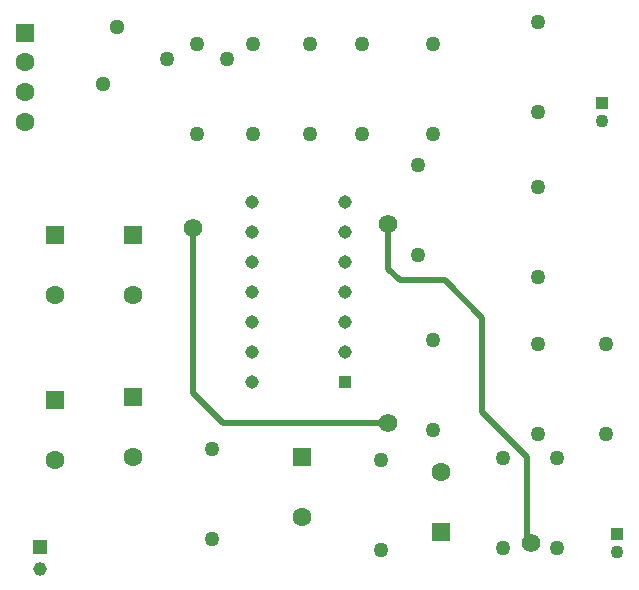
<source format=gbr>
G04 DipTrace 4.1.2.0*
G04 1 - Top.gbr*
%MOIN*%
G04 #@! TF.FileFunction,Copper,L1,Top*
G04 #@! TF.Part,Single*
G04 #@! TA.AperFunction,Conductor*
%ADD13C,0.02*%
G04 #@! TA.AperFunction,ComponentPad*
%ADD15R,0.043307X0.043307*%
%ADD16C,0.043307*%
%ADD17C,0.062992*%
%ADD18R,0.062992X0.062992*%
%ADD19C,0.050394*%
%ADD20C,0.062992*%
%ADD21R,0.045276X0.045276*%
%ADD22C,0.045276*%
%ADD23C,0.05*%
%ADD24C,0.05*%
%ADD25R,0.044882X0.044882*%
%ADD26C,0.044882*%
G04 #@! TA.AperFunction,ViaPad*
%ADD27C,0.062*%
%FSLAX26Y26*%
G04*
G70*
G90*
G75*
G01*
G04 Top*
%LPD*%
X1812500Y250000D2*
G54D13*
X1800000Y262500D1*
Y537500D1*
X1650000Y687500D1*
Y1000000D1*
X1525000Y1125000D1*
X1375000D1*
X1337500Y1162500D1*
Y1312500D1*
Y650000D2*
X787500D1*
X687500Y750000D1*
Y1300000D1*
G54D27*
X1812500Y250000D3*
X1337500Y1312500D3*
Y650000D3*
X687500Y1300000D3*
G54D15*
X2100000Y279528D3*
G54D16*
Y220472D3*
G54D17*
X1512498Y487500D3*
G54D18*
X1512502Y287500D3*
G54D17*
X225000Y1075000D3*
G54D18*
Y1275000D3*
G54D17*
X225003Y527441D3*
G54D18*
X224997Y727441D3*
G54D17*
X487503Y1075000D3*
G54D18*
X487497Y1275000D3*
G54D17*
X1050000Y337500D3*
G54D18*
Y537500D3*
G54D17*
X487500D3*
G54D18*
Y737500D3*
G54D15*
X2050000Y1717028D3*
G54D16*
Y1657972D3*
G54D19*
X434350Y1970551D3*
X387106Y1779449D3*
G54D18*
X125000Y1950000D3*
G54D20*
Y1851575D3*
Y1753150D3*
Y1654724D3*
G54D21*
X174999Y237402D3*
G54D22*
X175001Y162599D3*
G54D23*
X600000Y1862500D3*
X800000D3*
X887500Y1612500D3*
G54D24*
Y1912500D3*
G54D23*
X700000Y1914547D3*
G54D24*
Y1614547D3*
G54D23*
X1075000Y1612500D3*
G54D24*
Y1912500D3*
G54D23*
X1437500Y1209941D3*
G54D24*
Y1509941D3*
G54D23*
X1250000Y1612500D3*
G54D24*
Y1912500D3*
G54D23*
X1487497D3*
G54D24*
X1487503Y1612500D3*
G54D23*
X1487500Y625000D3*
G54D24*
Y925000D3*
G54D23*
X1720610Y532500D3*
G54D24*
Y232500D3*
G54D23*
X1898720D3*
G54D24*
Y532500D3*
G54D23*
X750000Y262500D3*
G54D24*
Y562500D3*
G54D23*
X1312500Y525000D3*
G54D24*
Y225000D3*
G54D23*
X1837500Y1687500D3*
G54D24*
Y1987500D3*
G54D23*
Y912500D3*
G54D24*
Y612500D3*
G54D23*
Y1137500D3*
G54D24*
Y1437500D3*
G54D23*
X2062500Y912500D3*
G54D24*
Y612500D3*
G54D25*
X1193799Y787500D3*
G54D26*
Y887500D3*
Y987500D3*
Y1087500D3*
Y1187500D3*
Y1287500D3*
Y1387500D3*
X881201D3*
Y1287500D3*
Y1187500D3*
Y1087500D3*
Y987500D3*
Y887500D3*
Y787500D3*
M02*

</source>
